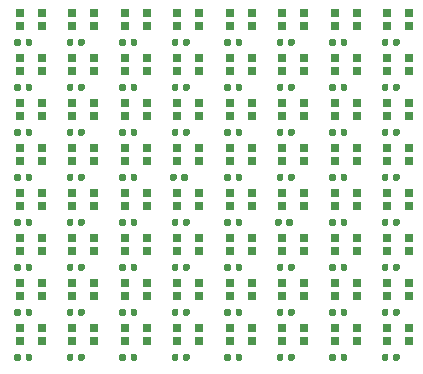
<source format=gbr>
G04 #@! TF.GenerationSoftware,KiCad,Pcbnew,5.1.9+dfsg1-1*
G04 #@! TF.CreationDate,2021-07-14T19:59:06+08:00*
G04 #@! TF.ProjectId,dws2812,64777332-3831-4322-9e6b-696361645f70,rev?*
G04 #@! TF.SameCoordinates,Original*
G04 #@! TF.FileFunction,Paste,Top*
G04 #@! TF.FilePolarity,Positive*
%FSLAX46Y46*%
G04 Gerber Fmt 4.6, Leading zero omitted, Abs format (unit mm)*
G04 Created by KiCad (PCBNEW 5.1.9+dfsg1-1) date 2021-07-14 19:59:06*
%MOMM*%
%LPD*%
G01*
G04 APERTURE LIST*
%ADD10R,0.700000X0.700000*%
G04 APERTURE END LIST*
D10*
G04 #@! TO.C,D64*
X153390000Y-114850000D03*
X153390000Y-113750000D03*
X155220000Y-113750000D03*
X155220000Y-114850000D03*
G04 #@! TD*
G04 #@! TO.C,D63*
X148945000Y-114850000D03*
X148945000Y-113750000D03*
X150775000Y-113750000D03*
X150775000Y-114850000D03*
G04 #@! TD*
G04 #@! TO.C,D62*
X144500000Y-114850000D03*
X144500000Y-113750000D03*
X146330000Y-113750000D03*
X146330000Y-114850000D03*
G04 #@! TD*
G04 #@! TO.C,D61*
X140055000Y-114850000D03*
X140055000Y-113750000D03*
X141885000Y-113750000D03*
X141885000Y-114850000D03*
G04 #@! TD*
G04 #@! TO.C,D60*
X135610000Y-114850000D03*
X135610000Y-113750000D03*
X137440000Y-113750000D03*
X137440000Y-114850000D03*
G04 #@! TD*
G04 #@! TO.C,D59*
X131165000Y-114850000D03*
X131165000Y-113750000D03*
X132995000Y-113750000D03*
X132995000Y-114850000D03*
G04 #@! TD*
G04 #@! TO.C,D58*
X126720000Y-114850000D03*
X126720000Y-113750000D03*
X128550000Y-113750000D03*
X128550000Y-114850000D03*
G04 #@! TD*
G04 #@! TO.C,D57*
X122275000Y-114850000D03*
X122275000Y-113750000D03*
X124105000Y-113750000D03*
X124105000Y-114850000D03*
G04 #@! TD*
G04 #@! TO.C,D56*
X153390000Y-111040000D03*
X153390000Y-109940000D03*
X155220000Y-109940000D03*
X155220000Y-111040000D03*
G04 #@! TD*
G04 #@! TO.C,D55*
X148945000Y-111040000D03*
X148945000Y-109940000D03*
X150775000Y-109940000D03*
X150775000Y-111040000D03*
G04 #@! TD*
G04 #@! TO.C,D54*
X144500000Y-111040000D03*
X144500000Y-109940000D03*
X146330000Y-109940000D03*
X146330000Y-111040000D03*
G04 #@! TD*
G04 #@! TO.C,D53*
X140055000Y-111040000D03*
X140055000Y-109940000D03*
X141885000Y-109940000D03*
X141885000Y-111040000D03*
G04 #@! TD*
G04 #@! TO.C,D52*
X135610000Y-111040000D03*
X135610000Y-109940000D03*
X137440000Y-109940000D03*
X137440000Y-111040000D03*
G04 #@! TD*
G04 #@! TO.C,D51*
X131165000Y-111040000D03*
X131165000Y-109940000D03*
X132995000Y-109940000D03*
X132995000Y-111040000D03*
G04 #@! TD*
G04 #@! TO.C,D50*
X126720000Y-111040000D03*
X126720000Y-109940000D03*
X128550000Y-109940000D03*
X128550000Y-111040000D03*
G04 #@! TD*
G04 #@! TO.C,D49*
X122275000Y-111040000D03*
X122275000Y-109940000D03*
X124105000Y-109940000D03*
X124105000Y-111040000D03*
G04 #@! TD*
G04 #@! TO.C,D48*
X153390000Y-107230000D03*
X153390000Y-106130000D03*
X155220000Y-106130000D03*
X155220000Y-107230000D03*
G04 #@! TD*
G04 #@! TO.C,D47*
X148945000Y-107230000D03*
X148945000Y-106130000D03*
X150775000Y-106130000D03*
X150775000Y-107230000D03*
G04 #@! TD*
G04 #@! TO.C,D46*
X144500000Y-107230000D03*
X144500000Y-106130000D03*
X146330000Y-106130000D03*
X146330000Y-107230000D03*
G04 #@! TD*
G04 #@! TO.C,D45*
X140055000Y-107230000D03*
X140055000Y-106130000D03*
X141885000Y-106130000D03*
X141885000Y-107230000D03*
G04 #@! TD*
G04 #@! TO.C,D44*
X135610000Y-107230000D03*
X135610000Y-106130000D03*
X137440000Y-106130000D03*
X137440000Y-107230000D03*
G04 #@! TD*
G04 #@! TO.C,D43*
X131165000Y-107230000D03*
X131165000Y-106130000D03*
X132995000Y-106130000D03*
X132995000Y-107230000D03*
G04 #@! TD*
G04 #@! TO.C,D42*
X126720000Y-107230000D03*
X126720000Y-106130000D03*
X128550000Y-106130000D03*
X128550000Y-107230000D03*
G04 #@! TD*
G04 #@! TO.C,D41*
X122275000Y-107230000D03*
X122275000Y-106130000D03*
X124105000Y-106130000D03*
X124105000Y-107230000D03*
G04 #@! TD*
G04 #@! TO.C,D40*
X153390000Y-103420000D03*
X153390000Y-102320000D03*
X155220000Y-102320000D03*
X155220000Y-103420000D03*
G04 #@! TD*
G04 #@! TO.C,D39*
X148945000Y-103420000D03*
X148945000Y-102320000D03*
X150775000Y-102320000D03*
X150775000Y-103420000D03*
G04 #@! TD*
G04 #@! TO.C,D38*
X144500000Y-103420000D03*
X144500000Y-102320000D03*
X146330000Y-102320000D03*
X146330000Y-103420000D03*
G04 #@! TD*
G04 #@! TO.C,D37*
X140055000Y-103420000D03*
X140055000Y-102320000D03*
X141885000Y-102320000D03*
X141885000Y-103420000D03*
G04 #@! TD*
G04 #@! TO.C,D36*
X135610000Y-103420000D03*
X135610000Y-102320000D03*
X137440000Y-102320000D03*
X137440000Y-103420000D03*
G04 #@! TD*
G04 #@! TO.C,D35*
X131165000Y-103420000D03*
X131165000Y-102320000D03*
X132995000Y-102320000D03*
X132995000Y-103420000D03*
G04 #@! TD*
G04 #@! TO.C,D34*
X126720000Y-103420000D03*
X126720000Y-102320000D03*
X128550000Y-102320000D03*
X128550000Y-103420000D03*
G04 #@! TD*
G04 #@! TO.C,D33*
X122275000Y-103420000D03*
X122275000Y-102320000D03*
X124105000Y-102320000D03*
X124105000Y-103420000D03*
G04 #@! TD*
G04 #@! TO.C,D32*
X153390000Y-99610000D03*
X153390000Y-98510000D03*
X155220000Y-98510000D03*
X155220000Y-99610000D03*
G04 #@! TD*
G04 #@! TO.C,D31*
X148945000Y-99610000D03*
X148945000Y-98510000D03*
X150775000Y-98510000D03*
X150775000Y-99610000D03*
G04 #@! TD*
G04 #@! TO.C,D30*
X144500000Y-99610000D03*
X144500000Y-98510000D03*
X146330000Y-98510000D03*
X146330000Y-99610000D03*
G04 #@! TD*
G04 #@! TO.C,D29*
X140055000Y-99610000D03*
X140055000Y-98510000D03*
X141885000Y-98510000D03*
X141885000Y-99610000D03*
G04 #@! TD*
G04 #@! TO.C,D28*
X135610000Y-99610000D03*
X135610000Y-98510000D03*
X137440000Y-98510000D03*
X137440000Y-99610000D03*
G04 #@! TD*
G04 #@! TO.C,D27*
X131165000Y-99610000D03*
X131165000Y-98510000D03*
X132995000Y-98510000D03*
X132995000Y-99610000D03*
G04 #@! TD*
G04 #@! TO.C,D26*
X126720000Y-99610000D03*
X126720000Y-98510000D03*
X128550000Y-98510000D03*
X128550000Y-99610000D03*
G04 #@! TD*
G04 #@! TO.C,D25*
X122275000Y-99610000D03*
X122275000Y-98510000D03*
X124105000Y-98510000D03*
X124105000Y-99610000D03*
G04 #@! TD*
G04 #@! TO.C,D24*
X153390000Y-95800000D03*
X153390000Y-94700000D03*
X155220000Y-94700000D03*
X155220000Y-95800000D03*
G04 #@! TD*
G04 #@! TO.C,D23*
X148945000Y-95800000D03*
X148945000Y-94700000D03*
X150775000Y-94700000D03*
X150775000Y-95800000D03*
G04 #@! TD*
G04 #@! TO.C,D22*
X144500000Y-95800000D03*
X144500000Y-94700000D03*
X146330000Y-94700000D03*
X146330000Y-95800000D03*
G04 #@! TD*
G04 #@! TO.C,D21*
X140055000Y-95800000D03*
X140055000Y-94700000D03*
X141885000Y-94700000D03*
X141885000Y-95800000D03*
G04 #@! TD*
G04 #@! TO.C,D20*
X135610000Y-95800000D03*
X135610000Y-94700000D03*
X137440000Y-94700000D03*
X137440000Y-95800000D03*
G04 #@! TD*
G04 #@! TO.C,D19*
X131165000Y-95800000D03*
X131165000Y-94700000D03*
X132995000Y-94700000D03*
X132995000Y-95800000D03*
G04 #@! TD*
G04 #@! TO.C,D18*
X126720000Y-95800000D03*
X126720000Y-94700000D03*
X128550000Y-94700000D03*
X128550000Y-95800000D03*
G04 #@! TD*
G04 #@! TO.C,D17*
X122275000Y-95800000D03*
X122275000Y-94700000D03*
X124105000Y-94700000D03*
X124105000Y-95800000D03*
G04 #@! TD*
G04 #@! TO.C,D16*
X153390000Y-91990000D03*
X153390000Y-90890000D03*
X155220000Y-90890000D03*
X155220000Y-91990000D03*
G04 #@! TD*
G04 #@! TO.C,D15*
X148945000Y-91990000D03*
X148945000Y-90890000D03*
X150775000Y-90890000D03*
X150775000Y-91990000D03*
G04 #@! TD*
G04 #@! TO.C,D14*
X144500000Y-91990000D03*
X144500000Y-90890000D03*
X146330000Y-90890000D03*
X146330000Y-91990000D03*
G04 #@! TD*
G04 #@! TO.C,D13*
X140055000Y-91990000D03*
X140055000Y-90890000D03*
X141885000Y-90890000D03*
X141885000Y-91990000D03*
G04 #@! TD*
G04 #@! TO.C,D12*
X135610000Y-91990000D03*
X135610000Y-90890000D03*
X137440000Y-90890000D03*
X137440000Y-91990000D03*
G04 #@! TD*
G04 #@! TO.C,D11*
X131165000Y-91990000D03*
X131165000Y-90890000D03*
X132995000Y-90890000D03*
X132995000Y-91990000D03*
G04 #@! TD*
G04 #@! TO.C,D10*
X126720000Y-91990000D03*
X126720000Y-90890000D03*
X128550000Y-90890000D03*
X128550000Y-91990000D03*
G04 #@! TD*
G04 #@! TO.C,D9*
X122275000Y-91990000D03*
X122275000Y-90890000D03*
X124105000Y-90890000D03*
X124105000Y-91990000D03*
G04 #@! TD*
G04 #@! TO.C,C64*
G36*
G01*
X153870000Y-116375000D02*
X153870000Y-116035000D01*
G75*
G02*
X154010000Y-115895000I140000J0D01*
G01*
X154290000Y-115895000D01*
G75*
G02*
X154430000Y-116035000I0J-140000D01*
G01*
X154430000Y-116375000D01*
G75*
G02*
X154290000Y-116515000I-140000J0D01*
G01*
X154010000Y-116515000D01*
G75*
G02*
X153870000Y-116375000I0J140000D01*
G01*
G37*
G36*
G01*
X152910000Y-116375000D02*
X152910000Y-116035000D01*
G75*
G02*
X153050000Y-115895000I140000J0D01*
G01*
X153330000Y-115895000D01*
G75*
G02*
X153470000Y-116035000I0J-140000D01*
G01*
X153470000Y-116375000D01*
G75*
G02*
X153330000Y-116515000I-140000J0D01*
G01*
X153050000Y-116515000D01*
G75*
G02*
X152910000Y-116375000I0J140000D01*
G01*
G37*
G04 #@! TD*
G04 #@! TO.C,C63*
G36*
G01*
X149425000Y-116375000D02*
X149425000Y-116035000D01*
G75*
G02*
X149565000Y-115895000I140000J0D01*
G01*
X149845000Y-115895000D01*
G75*
G02*
X149985000Y-116035000I0J-140000D01*
G01*
X149985000Y-116375000D01*
G75*
G02*
X149845000Y-116515000I-140000J0D01*
G01*
X149565000Y-116515000D01*
G75*
G02*
X149425000Y-116375000I0J140000D01*
G01*
G37*
G36*
G01*
X148465000Y-116375000D02*
X148465000Y-116035000D01*
G75*
G02*
X148605000Y-115895000I140000J0D01*
G01*
X148885000Y-115895000D01*
G75*
G02*
X149025000Y-116035000I0J-140000D01*
G01*
X149025000Y-116375000D01*
G75*
G02*
X148885000Y-116515000I-140000J0D01*
G01*
X148605000Y-116515000D01*
G75*
G02*
X148465000Y-116375000I0J140000D01*
G01*
G37*
G04 #@! TD*
G04 #@! TO.C,C62*
G36*
G01*
X144980000Y-116375000D02*
X144980000Y-116035000D01*
G75*
G02*
X145120000Y-115895000I140000J0D01*
G01*
X145400000Y-115895000D01*
G75*
G02*
X145540000Y-116035000I0J-140000D01*
G01*
X145540000Y-116375000D01*
G75*
G02*
X145400000Y-116515000I-140000J0D01*
G01*
X145120000Y-116515000D01*
G75*
G02*
X144980000Y-116375000I0J140000D01*
G01*
G37*
G36*
G01*
X144020000Y-116375000D02*
X144020000Y-116035000D01*
G75*
G02*
X144160000Y-115895000I140000J0D01*
G01*
X144440000Y-115895000D01*
G75*
G02*
X144580000Y-116035000I0J-140000D01*
G01*
X144580000Y-116375000D01*
G75*
G02*
X144440000Y-116515000I-140000J0D01*
G01*
X144160000Y-116515000D01*
G75*
G02*
X144020000Y-116375000I0J140000D01*
G01*
G37*
G04 #@! TD*
G04 #@! TO.C,C61*
G36*
G01*
X140535000Y-116375000D02*
X140535000Y-116035000D01*
G75*
G02*
X140675000Y-115895000I140000J0D01*
G01*
X140955000Y-115895000D01*
G75*
G02*
X141095000Y-116035000I0J-140000D01*
G01*
X141095000Y-116375000D01*
G75*
G02*
X140955000Y-116515000I-140000J0D01*
G01*
X140675000Y-116515000D01*
G75*
G02*
X140535000Y-116375000I0J140000D01*
G01*
G37*
G36*
G01*
X139575000Y-116375000D02*
X139575000Y-116035000D01*
G75*
G02*
X139715000Y-115895000I140000J0D01*
G01*
X139995000Y-115895000D01*
G75*
G02*
X140135000Y-116035000I0J-140000D01*
G01*
X140135000Y-116375000D01*
G75*
G02*
X139995000Y-116515000I-140000J0D01*
G01*
X139715000Y-116515000D01*
G75*
G02*
X139575000Y-116375000I0J140000D01*
G01*
G37*
G04 #@! TD*
G04 #@! TO.C,C60*
G36*
G01*
X136090000Y-116375000D02*
X136090000Y-116035000D01*
G75*
G02*
X136230000Y-115895000I140000J0D01*
G01*
X136510000Y-115895000D01*
G75*
G02*
X136650000Y-116035000I0J-140000D01*
G01*
X136650000Y-116375000D01*
G75*
G02*
X136510000Y-116515000I-140000J0D01*
G01*
X136230000Y-116515000D01*
G75*
G02*
X136090000Y-116375000I0J140000D01*
G01*
G37*
G36*
G01*
X135130000Y-116375000D02*
X135130000Y-116035000D01*
G75*
G02*
X135270000Y-115895000I140000J0D01*
G01*
X135550000Y-115895000D01*
G75*
G02*
X135690000Y-116035000I0J-140000D01*
G01*
X135690000Y-116375000D01*
G75*
G02*
X135550000Y-116515000I-140000J0D01*
G01*
X135270000Y-116515000D01*
G75*
G02*
X135130000Y-116375000I0J140000D01*
G01*
G37*
G04 #@! TD*
G04 #@! TO.C,C59*
G36*
G01*
X131645000Y-116375000D02*
X131645000Y-116035000D01*
G75*
G02*
X131785000Y-115895000I140000J0D01*
G01*
X132065000Y-115895000D01*
G75*
G02*
X132205000Y-116035000I0J-140000D01*
G01*
X132205000Y-116375000D01*
G75*
G02*
X132065000Y-116515000I-140000J0D01*
G01*
X131785000Y-116515000D01*
G75*
G02*
X131645000Y-116375000I0J140000D01*
G01*
G37*
G36*
G01*
X130685000Y-116375000D02*
X130685000Y-116035000D01*
G75*
G02*
X130825000Y-115895000I140000J0D01*
G01*
X131105000Y-115895000D01*
G75*
G02*
X131245000Y-116035000I0J-140000D01*
G01*
X131245000Y-116375000D01*
G75*
G02*
X131105000Y-116515000I-140000J0D01*
G01*
X130825000Y-116515000D01*
G75*
G02*
X130685000Y-116375000I0J140000D01*
G01*
G37*
G04 #@! TD*
G04 #@! TO.C,C58*
G36*
G01*
X127200000Y-116375000D02*
X127200000Y-116035000D01*
G75*
G02*
X127340000Y-115895000I140000J0D01*
G01*
X127620000Y-115895000D01*
G75*
G02*
X127760000Y-116035000I0J-140000D01*
G01*
X127760000Y-116375000D01*
G75*
G02*
X127620000Y-116515000I-140000J0D01*
G01*
X127340000Y-116515000D01*
G75*
G02*
X127200000Y-116375000I0J140000D01*
G01*
G37*
G36*
G01*
X126240000Y-116375000D02*
X126240000Y-116035000D01*
G75*
G02*
X126380000Y-115895000I140000J0D01*
G01*
X126660000Y-115895000D01*
G75*
G02*
X126800000Y-116035000I0J-140000D01*
G01*
X126800000Y-116375000D01*
G75*
G02*
X126660000Y-116515000I-140000J0D01*
G01*
X126380000Y-116515000D01*
G75*
G02*
X126240000Y-116375000I0J140000D01*
G01*
G37*
G04 #@! TD*
G04 #@! TO.C,C57*
G36*
G01*
X122755000Y-116375000D02*
X122755000Y-116035000D01*
G75*
G02*
X122895000Y-115895000I140000J0D01*
G01*
X123175000Y-115895000D01*
G75*
G02*
X123315000Y-116035000I0J-140000D01*
G01*
X123315000Y-116375000D01*
G75*
G02*
X123175000Y-116515000I-140000J0D01*
G01*
X122895000Y-116515000D01*
G75*
G02*
X122755000Y-116375000I0J140000D01*
G01*
G37*
G36*
G01*
X121795000Y-116375000D02*
X121795000Y-116035000D01*
G75*
G02*
X121935000Y-115895000I140000J0D01*
G01*
X122215000Y-115895000D01*
G75*
G02*
X122355000Y-116035000I0J-140000D01*
G01*
X122355000Y-116375000D01*
G75*
G02*
X122215000Y-116515000I-140000J0D01*
G01*
X121935000Y-116515000D01*
G75*
G02*
X121795000Y-116375000I0J140000D01*
G01*
G37*
G04 #@! TD*
G04 #@! TO.C,C56*
G36*
G01*
X153870000Y-112565000D02*
X153870000Y-112225000D01*
G75*
G02*
X154010000Y-112085000I140000J0D01*
G01*
X154290000Y-112085000D01*
G75*
G02*
X154430000Y-112225000I0J-140000D01*
G01*
X154430000Y-112565000D01*
G75*
G02*
X154290000Y-112705000I-140000J0D01*
G01*
X154010000Y-112705000D01*
G75*
G02*
X153870000Y-112565000I0J140000D01*
G01*
G37*
G36*
G01*
X152910000Y-112565000D02*
X152910000Y-112225000D01*
G75*
G02*
X153050000Y-112085000I140000J0D01*
G01*
X153330000Y-112085000D01*
G75*
G02*
X153470000Y-112225000I0J-140000D01*
G01*
X153470000Y-112565000D01*
G75*
G02*
X153330000Y-112705000I-140000J0D01*
G01*
X153050000Y-112705000D01*
G75*
G02*
X152910000Y-112565000I0J140000D01*
G01*
G37*
G04 #@! TD*
G04 #@! TO.C,C55*
G36*
G01*
X149425000Y-112565000D02*
X149425000Y-112225000D01*
G75*
G02*
X149565000Y-112085000I140000J0D01*
G01*
X149845000Y-112085000D01*
G75*
G02*
X149985000Y-112225000I0J-140000D01*
G01*
X149985000Y-112565000D01*
G75*
G02*
X149845000Y-112705000I-140000J0D01*
G01*
X149565000Y-112705000D01*
G75*
G02*
X149425000Y-112565000I0J140000D01*
G01*
G37*
G36*
G01*
X148465000Y-112565000D02*
X148465000Y-112225000D01*
G75*
G02*
X148605000Y-112085000I140000J0D01*
G01*
X148885000Y-112085000D01*
G75*
G02*
X149025000Y-112225000I0J-140000D01*
G01*
X149025000Y-112565000D01*
G75*
G02*
X148885000Y-112705000I-140000J0D01*
G01*
X148605000Y-112705000D01*
G75*
G02*
X148465000Y-112565000I0J140000D01*
G01*
G37*
G04 #@! TD*
G04 #@! TO.C,C54*
G36*
G01*
X144980000Y-112565000D02*
X144980000Y-112225000D01*
G75*
G02*
X145120000Y-112085000I140000J0D01*
G01*
X145400000Y-112085000D01*
G75*
G02*
X145540000Y-112225000I0J-140000D01*
G01*
X145540000Y-112565000D01*
G75*
G02*
X145400000Y-112705000I-140000J0D01*
G01*
X145120000Y-112705000D01*
G75*
G02*
X144980000Y-112565000I0J140000D01*
G01*
G37*
G36*
G01*
X144020000Y-112565000D02*
X144020000Y-112225000D01*
G75*
G02*
X144160000Y-112085000I140000J0D01*
G01*
X144440000Y-112085000D01*
G75*
G02*
X144580000Y-112225000I0J-140000D01*
G01*
X144580000Y-112565000D01*
G75*
G02*
X144440000Y-112705000I-140000J0D01*
G01*
X144160000Y-112705000D01*
G75*
G02*
X144020000Y-112565000I0J140000D01*
G01*
G37*
G04 #@! TD*
G04 #@! TO.C,C53*
G36*
G01*
X140535000Y-112565000D02*
X140535000Y-112225000D01*
G75*
G02*
X140675000Y-112085000I140000J0D01*
G01*
X140955000Y-112085000D01*
G75*
G02*
X141095000Y-112225000I0J-140000D01*
G01*
X141095000Y-112565000D01*
G75*
G02*
X140955000Y-112705000I-140000J0D01*
G01*
X140675000Y-112705000D01*
G75*
G02*
X140535000Y-112565000I0J140000D01*
G01*
G37*
G36*
G01*
X139575000Y-112565000D02*
X139575000Y-112225000D01*
G75*
G02*
X139715000Y-112085000I140000J0D01*
G01*
X139995000Y-112085000D01*
G75*
G02*
X140135000Y-112225000I0J-140000D01*
G01*
X140135000Y-112565000D01*
G75*
G02*
X139995000Y-112705000I-140000J0D01*
G01*
X139715000Y-112705000D01*
G75*
G02*
X139575000Y-112565000I0J140000D01*
G01*
G37*
G04 #@! TD*
G04 #@! TO.C,C52*
G36*
G01*
X136090000Y-112565000D02*
X136090000Y-112225000D01*
G75*
G02*
X136230000Y-112085000I140000J0D01*
G01*
X136510000Y-112085000D01*
G75*
G02*
X136650000Y-112225000I0J-140000D01*
G01*
X136650000Y-112565000D01*
G75*
G02*
X136510000Y-112705000I-140000J0D01*
G01*
X136230000Y-112705000D01*
G75*
G02*
X136090000Y-112565000I0J140000D01*
G01*
G37*
G36*
G01*
X135130000Y-112565000D02*
X135130000Y-112225000D01*
G75*
G02*
X135270000Y-112085000I140000J0D01*
G01*
X135550000Y-112085000D01*
G75*
G02*
X135690000Y-112225000I0J-140000D01*
G01*
X135690000Y-112565000D01*
G75*
G02*
X135550000Y-112705000I-140000J0D01*
G01*
X135270000Y-112705000D01*
G75*
G02*
X135130000Y-112565000I0J140000D01*
G01*
G37*
G04 #@! TD*
G04 #@! TO.C,C51*
G36*
G01*
X131645000Y-112565000D02*
X131645000Y-112225000D01*
G75*
G02*
X131785000Y-112085000I140000J0D01*
G01*
X132065000Y-112085000D01*
G75*
G02*
X132205000Y-112225000I0J-140000D01*
G01*
X132205000Y-112565000D01*
G75*
G02*
X132065000Y-112705000I-140000J0D01*
G01*
X131785000Y-112705000D01*
G75*
G02*
X131645000Y-112565000I0J140000D01*
G01*
G37*
G36*
G01*
X130685000Y-112565000D02*
X130685000Y-112225000D01*
G75*
G02*
X130825000Y-112085000I140000J0D01*
G01*
X131105000Y-112085000D01*
G75*
G02*
X131245000Y-112225000I0J-140000D01*
G01*
X131245000Y-112565000D01*
G75*
G02*
X131105000Y-112705000I-140000J0D01*
G01*
X130825000Y-112705000D01*
G75*
G02*
X130685000Y-112565000I0J140000D01*
G01*
G37*
G04 #@! TD*
G04 #@! TO.C,C50*
G36*
G01*
X127200000Y-112565000D02*
X127200000Y-112225000D01*
G75*
G02*
X127340000Y-112085000I140000J0D01*
G01*
X127620000Y-112085000D01*
G75*
G02*
X127760000Y-112225000I0J-140000D01*
G01*
X127760000Y-112565000D01*
G75*
G02*
X127620000Y-112705000I-140000J0D01*
G01*
X127340000Y-112705000D01*
G75*
G02*
X127200000Y-112565000I0J140000D01*
G01*
G37*
G36*
G01*
X126240000Y-112565000D02*
X126240000Y-112225000D01*
G75*
G02*
X126380000Y-112085000I140000J0D01*
G01*
X126660000Y-112085000D01*
G75*
G02*
X126800000Y-112225000I0J-140000D01*
G01*
X126800000Y-112565000D01*
G75*
G02*
X126660000Y-112705000I-140000J0D01*
G01*
X126380000Y-112705000D01*
G75*
G02*
X126240000Y-112565000I0J140000D01*
G01*
G37*
G04 #@! TD*
G04 #@! TO.C,C49*
G36*
G01*
X122755000Y-112565000D02*
X122755000Y-112225000D01*
G75*
G02*
X122895000Y-112085000I140000J0D01*
G01*
X123175000Y-112085000D01*
G75*
G02*
X123315000Y-112225000I0J-140000D01*
G01*
X123315000Y-112565000D01*
G75*
G02*
X123175000Y-112705000I-140000J0D01*
G01*
X122895000Y-112705000D01*
G75*
G02*
X122755000Y-112565000I0J140000D01*
G01*
G37*
G36*
G01*
X121795000Y-112565000D02*
X121795000Y-112225000D01*
G75*
G02*
X121935000Y-112085000I140000J0D01*
G01*
X122215000Y-112085000D01*
G75*
G02*
X122355000Y-112225000I0J-140000D01*
G01*
X122355000Y-112565000D01*
G75*
G02*
X122215000Y-112705000I-140000J0D01*
G01*
X121935000Y-112705000D01*
G75*
G02*
X121795000Y-112565000I0J140000D01*
G01*
G37*
G04 #@! TD*
G04 #@! TO.C,C48*
G36*
G01*
X153870000Y-108755000D02*
X153870000Y-108415000D01*
G75*
G02*
X154010000Y-108275000I140000J0D01*
G01*
X154290000Y-108275000D01*
G75*
G02*
X154430000Y-108415000I0J-140000D01*
G01*
X154430000Y-108755000D01*
G75*
G02*
X154290000Y-108895000I-140000J0D01*
G01*
X154010000Y-108895000D01*
G75*
G02*
X153870000Y-108755000I0J140000D01*
G01*
G37*
G36*
G01*
X152910000Y-108755000D02*
X152910000Y-108415000D01*
G75*
G02*
X153050000Y-108275000I140000J0D01*
G01*
X153330000Y-108275000D01*
G75*
G02*
X153470000Y-108415000I0J-140000D01*
G01*
X153470000Y-108755000D01*
G75*
G02*
X153330000Y-108895000I-140000J0D01*
G01*
X153050000Y-108895000D01*
G75*
G02*
X152910000Y-108755000I0J140000D01*
G01*
G37*
G04 #@! TD*
G04 #@! TO.C,C47*
G36*
G01*
X149425000Y-108755000D02*
X149425000Y-108415000D01*
G75*
G02*
X149565000Y-108275000I140000J0D01*
G01*
X149845000Y-108275000D01*
G75*
G02*
X149985000Y-108415000I0J-140000D01*
G01*
X149985000Y-108755000D01*
G75*
G02*
X149845000Y-108895000I-140000J0D01*
G01*
X149565000Y-108895000D01*
G75*
G02*
X149425000Y-108755000I0J140000D01*
G01*
G37*
G36*
G01*
X148465000Y-108755000D02*
X148465000Y-108415000D01*
G75*
G02*
X148605000Y-108275000I140000J0D01*
G01*
X148885000Y-108275000D01*
G75*
G02*
X149025000Y-108415000I0J-140000D01*
G01*
X149025000Y-108755000D01*
G75*
G02*
X148885000Y-108895000I-140000J0D01*
G01*
X148605000Y-108895000D01*
G75*
G02*
X148465000Y-108755000I0J140000D01*
G01*
G37*
G04 #@! TD*
G04 #@! TO.C,C46*
G36*
G01*
X144980000Y-108755000D02*
X144980000Y-108415000D01*
G75*
G02*
X145120000Y-108275000I140000J0D01*
G01*
X145400000Y-108275000D01*
G75*
G02*
X145540000Y-108415000I0J-140000D01*
G01*
X145540000Y-108755000D01*
G75*
G02*
X145400000Y-108895000I-140000J0D01*
G01*
X145120000Y-108895000D01*
G75*
G02*
X144980000Y-108755000I0J140000D01*
G01*
G37*
G36*
G01*
X144020000Y-108755000D02*
X144020000Y-108415000D01*
G75*
G02*
X144160000Y-108275000I140000J0D01*
G01*
X144440000Y-108275000D01*
G75*
G02*
X144580000Y-108415000I0J-140000D01*
G01*
X144580000Y-108755000D01*
G75*
G02*
X144440000Y-108895000I-140000J0D01*
G01*
X144160000Y-108895000D01*
G75*
G02*
X144020000Y-108755000I0J140000D01*
G01*
G37*
G04 #@! TD*
G04 #@! TO.C,C45*
G36*
G01*
X140535000Y-108755000D02*
X140535000Y-108415000D01*
G75*
G02*
X140675000Y-108275000I140000J0D01*
G01*
X140955000Y-108275000D01*
G75*
G02*
X141095000Y-108415000I0J-140000D01*
G01*
X141095000Y-108755000D01*
G75*
G02*
X140955000Y-108895000I-140000J0D01*
G01*
X140675000Y-108895000D01*
G75*
G02*
X140535000Y-108755000I0J140000D01*
G01*
G37*
G36*
G01*
X139575000Y-108755000D02*
X139575000Y-108415000D01*
G75*
G02*
X139715000Y-108275000I140000J0D01*
G01*
X139995000Y-108275000D01*
G75*
G02*
X140135000Y-108415000I0J-140000D01*
G01*
X140135000Y-108755000D01*
G75*
G02*
X139995000Y-108895000I-140000J0D01*
G01*
X139715000Y-108895000D01*
G75*
G02*
X139575000Y-108755000I0J140000D01*
G01*
G37*
G04 #@! TD*
G04 #@! TO.C,C44*
G36*
G01*
X136090000Y-108755000D02*
X136090000Y-108415000D01*
G75*
G02*
X136230000Y-108275000I140000J0D01*
G01*
X136510000Y-108275000D01*
G75*
G02*
X136650000Y-108415000I0J-140000D01*
G01*
X136650000Y-108755000D01*
G75*
G02*
X136510000Y-108895000I-140000J0D01*
G01*
X136230000Y-108895000D01*
G75*
G02*
X136090000Y-108755000I0J140000D01*
G01*
G37*
G36*
G01*
X135130000Y-108755000D02*
X135130000Y-108415000D01*
G75*
G02*
X135270000Y-108275000I140000J0D01*
G01*
X135550000Y-108275000D01*
G75*
G02*
X135690000Y-108415000I0J-140000D01*
G01*
X135690000Y-108755000D01*
G75*
G02*
X135550000Y-108895000I-140000J0D01*
G01*
X135270000Y-108895000D01*
G75*
G02*
X135130000Y-108755000I0J140000D01*
G01*
G37*
G04 #@! TD*
G04 #@! TO.C,C43*
G36*
G01*
X131645000Y-108755000D02*
X131645000Y-108415000D01*
G75*
G02*
X131785000Y-108275000I140000J0D01*
G01*
X132065000Y-108275000D01*
G75*
G02*
X132205000Y-108415000I0J-140000D01*
G01*
X132205000Y-108755000D01*
G75*
G02*
X132065000Y-108895000I-140000J0D01*
G01*
X131785000Y-108895000D01*
G75*
G02*
X131645000Y-108755000I0J140000D01*
G01*
G37*
G36*
G01*
X130685000Y-108755000D02*
X130685000Y-108415000D01*
G75*
G02*
X130825000Y-108275000I140000J0D01*
G01*
X131105000Y-108275000D01*
G75*
G02*
X131245000Y-108415000I0J-140000D01*
G01*
X131245000Y-108755000D01*
G75*
G02*
X131105000Y-108895000I-140000J0D01*
G01*
X130825000Y-108895000D01*
G75*
G02*
X130685000Y-108755000I0J140000D01*
G01*
G37*
G04 #@! TD*
G04 #@! TO.C,C42*
G36*
G01*
X127200000Y-108755000D02*
X127200000Y-108415000D01*
G75*
G02*
X127340000Y-108275000I140000J0D01*
G01*
X127620000Y-108275000D01*
G75*
G02*
X127760000Y-108415000I0J-140000D01*
G01*
X127760000Y-108755000D01*
G75*
G02*
X127620000Y-108895000I-140000J0D01*
G01*
X127340000Y-108895000D01*
G75*
G02*
X127200000Y-108755000I0J140000D01*
G01*
G37*
G36*
G01*
X126240000Y-108755000D02*
X126240000Y-108415000D01*
G75*
G02*
X126380000Y-108275000I140000J0D01*
G01*
X126660000Y-108275000D01*
G75*
G02*
X126800000Y-108415000I0J-140000D01*
G01*
X126800000Y-108755000D01*
G75*
G02*
X126660000Y-108895000I-140000J0D01*
G01*
X126380000Y-108895000D01*
G75*
G02*
X126240000Y-108755000I0J140000D01*
G01*
G37*
G04 #@! TD*
G04 #@! TO.C,C41*
G36*
G01*
X122755000Y-108755000D02*
X122755000Y-108415000D01*
G75*
G02*
X122895000Y-108275000I140000J0D01*
G01*
X123175000Y-108275000D01*
G75*
G02*
X123315000Y-108415000I0J-140000D01*
G01*
X123315000Y-108755000D01*
G75*
G02*
X123175000Y-108895000I-140000J0D01*
G01*
X122895000Y-108895000D01*
G75*
G02*
X122755000Y-108755000I0J140000D01*
G01*
G37*
G36*
G01*
X121795000Y-108755000D02*
X121795000Y-108415000D01*
G75*
G02*
X121935000Y-108275000I140000J0D01*
G01*
X122215000Y-108275000D01*
G75*
G02*
X122355000Y-108415000I0J-140000D01*
G01*
X122355000Y-108755000D01*
G75*
G02*
X122215000Y-108895000I-140000J0D01*
G01*
X121935000Y-108895000D01*
G75*
G02*
X121795000Y-108755000I0J140000D01*
G01*
G37*
G04 #@! TD*
G04 #@! TO.C,C40*
G36*
G01*
X153870000Y-104945000D02*
X153870000Y-104605000D01*
G75*
G02*
X154010000Y-104465000I140000J0D01*
G01*
X154290000Y-104465000D01*
G75*
G02*
X154430000Y-104605000I0J-140000D01*
G01*
X154430000Y-104945000D01*
G75*
G02*
X154290000Y-105085000I-140000J0D01*
G01*
X154010000Y-105085000D01*
G75*
G02*
X153870000Y-104945000I0J140000D01*
G01*
G37*
G36*
G01*
X152910000Y-104945000D02*
X152910000Y-104605000D01*
G75*
G02*
X153050000Y-104465000I140000J0D01*
G01*
X153330000Y-104465000D01*
G75*
G02*
X153470000Y-104605000I0J-140000D01*
G01*
X153470000Y-104945000D01*
G75*
G02*
X153330000Y-105085000I-140000J0D01*
G01*
X153050000Y-105085000D01*
G75*
G02*
X152910000Y-104945000I0J140000D01*
G01*
G37*
G04 #@! TD*
G04 #@! TO.C,C39*
G36*
G01*
X149425000Y-104945000D02*
X149425000Y-104605000D01*
G75*
G02*
X149565000Y-104465000I140000J0D01*
G01*
X149845000Y-104465000D01*
G75*
G02*
X149985000Y-104605000I0J-140000D01*
G01*
X149985000Y-104945000D01*
G75*
G02*
X149845000Y-105085000I-140000J0D01*
G01*
X149565000Y-105085000D01*
G75*
G02*
X149425000Y-104945000I0J140000D01*
G01*
G37*
G36*
G01*
X148465000Y-104945000D02*
X148465000Y-104605000D01*
G75*
G02*
X148605000Y-104465000I140000J0D01*
G01*
X148885000Y-104465000D01*
G75*
G02*
X149025000Y-104605000I0J-140000D01*
G01*
X149025000Y-104945000D01*
G75*
G02*
X148885000Y-105085000I-140000J0D01*
G01*
X148605000Y-105085000D01*
G75*
G02*
X148465000Y-104945000I0J140000D01*
G01*
G37*
G04 #@! TD*
G04 #@! TO.C,C38*
G36*
G01*
X144825000Y-104945000D02*
X144825000Y-104605000D01*
G75*
G02*
X144965000Y-104465000I140000J0D01*
G01*
X145245000Y-104465000D01*
G75*
G02*
X145385000Y-104605000I0J-140000D01*
G01*
X145385000Y-104945000D01*
G75*
G02*
X145245000Y-105085000I-140000J0D01*
G01*
X144965000Y-105085000D01*
G75*
G02*
X144825000Y-104945000I0J140000D01*
G01*
G37*
G36*
G01*
X143865000Y-104945000D02*
X143865000Y-104605000D01*
G75*
G02*
X144005000Y-104465000I140000J0D01*
G01*
X144285000Y-104465000D01*
G75*
G02*
X144425000Y-104605000I0J-140000D01*
G01*
X144425000Y-104945000D01*
G75*
G02*
X144285000Y-105085000I-140000J0D01*
G01*
X144005000Y-105085000D01*
G75*
G02*
X143865000Y-104945000I0J140000D01*
G01*
G37*
G04 #@! TD*
G04 #@! TO.C,C37*
G36*
G01*
X140535000Y-104945000D02*
X140535000Y-104605000D01*
G75*
G02*
X140675000Y-104465000I140000J0D01*
G01*
X140955000Y-104465000D01*
G75*
G02*
X141095000Y-104605000I0J-140000D01*
G01*
X141095000Y-104945000D01*
G75*
G02*
X140955000Y-105085000I-140000J0D01*
G01*
X140675000Y-105085000D01*
G75*
G02*
X140535000Y-104945000I0J140000D01*
G01*
G37*
G36*
G01*
X139575000Y-104945000D02*
X139575000Y-104605000D01*
G75*
G02*
X139715000Y-104465000I140000J0D01*
G01*
X139995000Y-104465000D01*
G75*
G02*
X140135000Y-104605000I0J-140000D01*
G01*
X140135000Y-104945000D01*
G75*
G02*
X139995000Y-105085000I-140000J0D01*
G01*
X139715000Y-105085000D01*
G75*
G02*
X139575000Y-104945000I0J140000D01*
G01*
G37*
G04 #@! TD*
G04 #@! TO.C,C36*
G36*
G01*
X136090000Y-104945000D02*
X136090000Y-104605000D01*
G75*
G02*
X136230000Y-104465000I140000J0D01*
G01*
X136510000Y-104465000D01*
G75*
G02*
X136650000Y-104605000I0J-140000D01*
G01*
X136650000Y-104945000D01*
G75*
G02*
X136510000Y-105085000I-140000J0D01*
G01*
X136230000Y-105085000D01*
G75*
G02*
X136090000Y-104945000I0J140000D01*
G01*
G37*
G36*
G01*
X135130000Y-104945000D02*
X135130000Y-104605000D01*
G75*
G02*
X135270000Y-104465000I140000J0D01*
G01*
X135550000Y-104465000D01*
G75*
G02*
X135690000Y-104605000I0J-140000D01*
G01*
X135690000Y-104945000D01*
G75*
G02*
X135550000Y-105085000I-140000J0D01*
G01*
X135270000Y-105085000D01*
G75*
G02*
X135130000Y-104945000I0J140000D01*
G01*
G37*
G04 #@! TD*
G04 #@! TO.C,C35*
G36*
G01*
X131645000Y-104945000D02*
X131645000Y-104605000D01*
G75*
G02*
X131785000Y-104465000I140000J0D01*
G01*
X132065000Y-104465000D01*
G75*
G02*
X132205000Y-104605000I0J-140000D01*
G01*
X132205000Y-104945000D01*
G75*
G02*
X132065000Y-105085000I-140000J0D01*
G01*
X131785000Y-105085000D01*
G75*
G02*
X131645000Y-104945000I0J140000D01*
G01*
G37*
G36*
G01*
X130685000Y-104945000D02*
X130685000Y-104605000D01*
G75*
G02*
X130825000Y-104465000I140000J0D01*
G01*
X131105000Y-104465000D01*
G75*
G02*
X131245000Y-104605000I0J-140000D01*
G01*
X131245000Y-104945000D01*
G75*
G02*
X131105000Y-105085000I-140000J0D01*
G01*
X130825000Y-105085000D01*
G75*
G02*
X130685000Y-104945000I0J140000D01*
G01*
G37*
G04 #@! TD*
G04 #@! TO.C,C34*
G36*
G01*
X127200000Y-104945000D02*
X127200000Y-104605000D01*
G75*
G02*
X127340000Y-104465000I140000J0D01*
G01*
X127620000Y-104465000D01*
G75*
G02*
X127760000Y-104605000I0J-140000D01*
G01*
X127760000Y-104945000D01*
G75*
G02*
X127620000Y-105085000I-140000J0D01*
G01*
X127340000Y-105085000D01*
G75*
G02*
X127200000Y-104945000I0J140000D01*
G01*
G37*
G36*
G01*
X126240000Y-104945000D02*
X126240000Y-104605000D01*
G75*
G02*
X126380000Y-104465000I140000J0D01*
G01*
X126660000Y-104465000D01*
G75*
G02*
X126800000Y-104605000I0J-140000D01*
G01*
X126800000Y-104945000D01*
G75*
G02*
X126660000Y-105085000I-140000J0D01*
G01*
X126380000Y-105085000D01*
G75*
G02*
X126240000Y-104945000I0J140000D01*
G01*
G37*
G04 #@! TD*
G04 #@! TO.C,C33*
G36*
G01*
X122755000Y-104945000D02*
X122755000Y-104605000D01*
G75*
G02*
X122895000Y-104465000I140000J0D01*
G01*
X123175000Y-104465000D01*
G75*
G02*
X123315000Y-104605000I0J-140000D01*
G01*
X123315000Y-104945000D01*
G75*
G02*
X123175000Y-105085000I-140000J0D01*
G01*
X122895000Y-105085000D01*
G75*
G02*
X122755000Y-104945000I0J140000D01*
G01*
G37*
G36*
G01*
X121795000Y-104945000D02*
X121795000Y-104605000D01*
G75*
G02*
X121935000Y-104465000I140000J0D01*
G01*
X122215000Y-104465000D01*
G75*
G02*
X122355000Y-104605000I0J-140000D01*
G01*
X122355000Y-104945000D01*
G75*
G02*
X122215000Y-105085000I-140000J0D01*
G01*
X121935000Y-105085000D01*
G75*
G02*
X121795000Y-104945000I0J140000D01*
G01*
G37*
G04 #@! TD*
G04 #@! TO.C,C32*
G36*
G01*
X153870000Y-101135000D02*
X153870000Y-100795000D01*
G75*
G02*
X154010000Y-100655000I140000J0D01*
G01*
X154290000Y-100655000D01*
G75*
G02*
X154430000Y-100795000I0J-140000D01*
G01*
X154430000Y-101135000D01*
G75*
G02*
X154290000Y-101275000I-140000J0D01*
G01*
X154010000Y-101275000D01*
G75*
G02*
X153870000Y-101135000I0J140000D01*
G01*
G37*
G36*
G01*
X152910000Y-101135000D02*
X152910000Y-100795000D01*
G75*
G02*
X153050000Y-100655000I140000J0D01*
G01*
X153330000Y-100655000D01*
G75*
G02*
X153470000Y-100795000I0J-140000D01*
G01*
X153470000Y-101135000D01*
G75*
G02*
X153330000Y-101275000I-140000J0D01*
G01*
X153050000Y-101275000D01*
G75*
G02*
X152910000Y-101135000I0J140000D01*
G01*
G37*
G04 #@! TD*
G04 #@! TO.C,C31*
G36*
G01*
X149425000Y-101135000D02*
X149425000Y-100795000D01*
G75*
G02*
X149565000Y-100655000I140000J0D01*
G01*
X149845000Y-100655000D01*
G75*
G02*
X149985000Y-100795000I0J-140000D01*
G01*
X149985000Y-101135000D01*
G75*
G02*
X149845000Y-101275000I-140000J0D01*
G01*
X149565000Y-101275000D01*
G75*
G02*
X149425000Y-101135000I0J140000D01*
G01*
G37*
G36*
G01*
X148465000Y-101135000D02*
X148465000Y-100795000D01*
G75*
G02*
X148605000Y-100655000I140000J0D01*
G01*
X148885000Y-100655000D01*
G75*
G02*
X149025000Y-100795000I0J-140000D01*
G01*
X149025000Y-101135000D01*
G75*
G02*
X148885000Y-101275000I-140000J0D01*
G01*
X148605000Y-101275000D01*
G75*
G02*
X148465000Y-101135000I0J140000D01*
G01*
G37*
G04 #@! TD*
G04 #@! TO.C,C30*
G36*
G01*
X144980000Y-101135000D02*
X144980000Y-100795000D01*
G75*
G02*
X145120000Y-100655000I140000J0D01*
G01*
X145400000Y-100655000D01*
G75*
G02*
X145540000Y-100795000I0J-140000D01*
G01*
X145540000Y-101135000D01*
G75*
G02*
X145400000Y-101275000I-140000J0D01*
G01*
X145120000Y-101275000D01*
G75*
G02*
X144980000Y-101135000I0J140000D01*
G01*
G37*
G36*
G01*
X144020000Y-101135000D02*
X144020000Y-100795000D01*
G75*
G02*
X144160000Y-100655000I140000J0D01*
G01*
X144440000Y-100655000D01*
G75*
G02*
X144580000Y-100795000I0J-140000D01*
G01*
X144580000Y-101135000D01*
G75*
G02*
X144440000Y-101275000I-140000J0D01*
G01*
X144160000Y-101275000D01*
G75*
G02*
X144020000Y-101135000I0J140000D01*
G01*
G37*
G04 #@! TD*
G04 #@! TO.C,C29*
G36*
G01*
X140535000Y-101135000D02*
X140535000Y-100795000D01*
G75*
G02*
X140675000Y-100655000I140000J0D01*
G01*
X140955000Y-100655000D01*
G75*
G02*
X141095000Y-100795000I0J-140000D01*
G01*
X141095000Y-101135000D01*
G75*
G02*
X140955000Y-101275000I-140000J0D01*
G01*
X140675000Y-101275000D01*
G75*
G02*
X140535000Y-101135000I0J140000D01*
G01*
G37*
G36*
G01*
X139575000Y-101135000D02*
X139575000Y-100795000D01*
G75*
G02*
X139715000Y-100655000I140000J0D01*
G01*
X139995000Y-100655000D01*
G75*
G02*
X140135000Y-100795000I0J-140000D01*
G01*
X140135000Y-101135000D01*
G75*
G02*
X139995000Y-101275000I-140000J0D01*
G01*
X139715000Y-101275000D01*
G75*
G02*
X139575000Y-101135000I0J140000D01*
G01*
G37*
G04 #@! TD*
G04 #@! TO.C,C28*
G36*
G01*
X135935000Y-101135000D02*
X135935000Y-100795000D01*
G75*
G02*
X136075000Y-100655000I140000J0D01*
G01*
X136355000Y-100655000D01*
G75*
G02*
X136495000Y-100795000I0J-140000D01*
G01*
X136495000Y-101135000D01*
G75*
G02*
X136355000Y-101275000I-140000J0D01*
G01*
X136075000Y-101275000D01*
G75*
G02*
X135935000Y-101135000I0J140000D01*
G01*
G37*
G36*
G01*
X134975000Y-101135000D02*
X134975000Y-100795000D01*
G75*
G02*
X135115000Y-100655000I140000J0D01*
G01*
X135395000Y-100655000D01*
G75*
G02*
X135535000Y-100795000I0J-140000D01*
G01*
X135535000Y-101135000D01*
G75*
G02*
X135395000Y-101275000I-140000J0D01*
G01*
X135115000Y-101275000D01*
G75*
G02*
X134975000Y-101135000I0J140000D01*
G01*
G37*
G04 #@! TD*
G04 #@! TO.C,C27*
G36*
G01*
X131645000Y-101135000D02*
X131645000Y-100795000D01*
G75*
G02*
X131785000Y-100655000I140000J0D01*
G01*
X132065000Y-100655000D01*
G75*
G02*
X132205000Y-100795000I0J-140000D01*
G01*
X132205000Y-101135000D01*
G75*
G02*
X132065000Y-101275000I-140000J0D01*
G01*
X131785000Y-101275000D01*
G75*
G02*
X131645000Y-101135000I0J140000D01*
G01*
G37*
G36*
G01*
X130685000Y-101135000D02*
X130685000Y-100795000D01*
G75*
G02*
X130825000Y-100655000I140000J0D01*
G01*
X131105000Y-100655000D01*
G75*
G02*
X131245000Y-100795000I0J-140000D01*
G01*
X131245000Y-101135000D01*
G75*
G02*
X131105000Y-101275000I-140000J0D01*
G01*
X130825000Y-101275000D01*
G75*
G02*
X130685000Y-101135000I0J140000D01*
G01*
G37*
G04 #@! TD*
G04 #@! TO.C,C26*
G36*
G01*
X127200000Y-101135000D02*
X127200000Y-100795000D01*
G75*
G02*
X127340000Y-100655000I140000J0D01*
G01*
X127620000Y-100655000D01*
G75*
G02*
X127760000Y-100795000I0J-140000D01*
G01*
X127760000Y-101135000D01*
G75*
G02*
X127620000Y-101275000I-140000J0D01*
G01*
X127340000Y-101275000D01*
G75*
G02*
X127200000Y-101135000I0J140000D01*
G01*
G37*
G36*
G01*
X126240000Y-101135000D02*
X126240000Y-100795000D01*
G75*
G02*
X126380000Y-100655000I140000J0D01*
G01*
X126660000Y-100655000D01*
G75*
G02*
X126800000Y-100795000I0J-140000D01*
G01*
X126800000Y-101135000D01*
G75*
G02*
X126660000Y-101275000I-140000J0D01*
G01*
X126380000Y-101275000D01*
G75*
G02*
X126240000Y-101135000I0J140000D01*
G01*
G37*
G04 #@! TD*
G04 #@! TO.C,C25*
G36*
G01*
X122755000Y-101135000D02*
X122755000Y-100795000D01*
G75*
G02*
X122895000Y-100655000I140000J0D01*
G01*
X123175000Y-100655000D01*
G75*
G02*
X123315000Y-100795000I0J-140000D01*
G01*
X123315000Y-101135000D01*
G75*
G02*
X123175000Y-101275000I-140000J0D01*
G01*
X122895000Y-101275000D01*
G75*
G02*
X122755000Y-101135000I0J140000D01*
G01*
G37*
G36*
G01*
X121795000Y-101135000D02*
X121795000Y-100795000D01*
G75*
G02*
X121935000Y-100655000I140000J0D01*
G01*
X122215000Y-100655000D01*
G75*
G02*
X122355000Y-100795000I0J-140000D01*
G01*
X122355000Y-101135000D01*
G75*
G02*
X122215000Y-101275000I-140000J0D01*
G01*
X121935000Y-101275000D01*
G75*
G02*
X121795000Y-101135000I0J140000D01*
G01*
G37*
G04 #@! TD*
G04 #@! TO.C,C24*
G36*
G01*
X153870000Y-97325000D02*
X153870000Y-96985000D01*
G75*
G02*
X154010000Y-96845000I140000J0D01*
G01*
X154290000Y-96845000D01*
G75*
G02*
X154430000Y-96985000I0J-140000D01*
G01*
X154430000Y-97325000D01*
G75*
G02*
X154290000Y-97465000I-140000J0D01*
G01*
X154010000Y-97465000D01*
G75*
G02*
X153870000Y-97325000I0J140000D01*
G01*
G37*
G36*
G01*
X152910000Y-97325000D02*
X152910000Y-96985000D01*
G75*
G02*
X153050000Y-96845000I140000J0D01*
G01*
X153330000Y-96845000D01*
G75*
G02*
X153470000Y-96985000I0J-140000D01*
G01*
X153470000Y-97325000D01*
G75*
G02*
X153330000Y-97465000I-140000J0D01*
G01*
X153050000Y-97465000D01*
G75*
G02*
X152910000Y-97325000I0J140000D01*
G01*
G37*
G04 #@! TD*
G04 #@! TO.C,C23*
G36*
G01*
X149425000Y-97325000D02*
X149425000Y-96985000D01*
G75*
G02*
X149565000Y-96845000I140000J0D01*
G01*
X149845000Y-96845000D01*
G75*
G02*
X149985000Y-96985000I0J-140000D01*
G01*
X149985000Y-97325000D01*
G75*
G02*
X149845000Y-97465000I-140000J0D01*
G01*
X149565000Y-97465000D01*
G75*
G02*
X149425000Y-97325000I0J140000D01*
G01*
G37*
G36*
G01*
X148465000Y-97325000D02*
X148465000Y-96985000D01*
G75*
G02*
X148605000Y-96845000I140000J0D01*
G01*
X148885000Y-96845000D01*
G75*
G02*
X149025000Y-96985000I0J-140000D01*
G01*
X149025000Y-97325000D01*
G75*
G02*
X148885000Y-97465000I-140000J0D01*
G01*
X148605000Y-97465000D01*
G75*
G02*
X148465000Y-97325000I0J140000D01*
G01*
G37*
G04 #@! TD*
G04 #@! TO.C,C22*
G36*
G01*
X144980000Y-97325000D02*
X144980000Y-96985000D01*
G75*
G02*
X145120000Y-96845000I140000J0D01*
G01*
X145400000Y-96845000D01*
G75*
G02*
X145540000Y-96985000I0J-140000D01*
G01*
X145540000Y-97325000D01*
G75*
G02*
X145400000Y-97465000I-140000J0D01*
G01*
X145120000Y-97465000D01*
G75*
G02*
X144980000Y-97325000I0J140000D01*
G01*
G37*
G36*
G01*
X144020000Y-97325000D02*
X144020000Y-96985000D01*
G75*
G02*
X144160000Y-96845000I140000J0D01*
G01*
X144440000Y-96845000D01*
G75*
G02*
X144580000Y-96985000I0J-140000D01*
G01*
X144580000Y-97325000D01*
G75*
G02*
X144440000Y-97465000I-140000J0D01*
G01*
X144160000Y-97465000D01*
G75*
G02*
X144020000Y-97325000I0J140000D01*
G01*
G37*
G04 #@! TD*
G04 #@! TO.C,C21*
G36*
G01*
X140535000Y-97325000D02*
X140535000Y-96985000D01*
G75*
G02*
X140675000Y-96845000I140000J0D01*
G01*
X140955000Y-96845000D01*
G75*
G02*
X141095000Y-96985000I0J-140000D01*
G01*
X141095000Y-97325000D01*
G75*
G02*
X140955000Y-97465000I-140000J0D01*
G01*
X140675000Y-97465000D01*
G75*
G02*
X140535000Y-97325000I0J140000D01*
G01*
G37*
G36*
G01*
X139575000Y-97325000D02*
X139575000Y-96985000D01*
G75*
G02*
X139715000Y-96845000I140000J0D01*
G01*
X139995000Y-96845000D01*
G75*
G02*
X140135000Y-96985000I0J-140000D01*
G01*
X140135000Y-97325000D01*
G75*
G02*
X139995000Y-97465000I-140000J0D01*
G01*
X139715000Y-97465000D01*
G75*
G02*
X139575000Y-97325000I0J140000D01*
G01*
G37*
G04 #@! TD*
G04 #@! TO.C,C20*
G36*
G01*
X136090000Y-97325000D02*
X136090000Y-96985000D01*
G75*
G02*
X136230000Y-96845000I140000J0D01*
G01*
X136510000Y-96845000D01*
G75*
G02*
X136650000Y-96985000I0J-140000D01*
G01*
X136650000Y-97325000D01*
G75*
G02*
X136510000Y-97465000I-140000J0D01*
G01*
X136230000Y-97465000D01*
G75*
G02*
X136090000Y-97325000I0J140000D01*
G01*
G37*
G36*
G01*
X135130000Y-97325000D02*
X135130000Y-96985000D01*
G75*
G02*
X135270000Y-96845000I140000J0D01*
G01*
X135550000Y-96845000D01*
G75*
G02*
X135690000Y-96985000I0J-140000D01*
G01*
X135690000Y-97325000D01*
G75*
G02*
X135550000Y-97465000I-140000J0D01*
G01*
X135270000Y-97465000D01*
G75*
G02*
X135130000Y-97325000I0J140000D01*
G01*
G37*
G04 #@! TD*
G04 #@! TO.C,C19*
G36*
G01*
X131645000Y-97325000D02*
X131645000Y-96985000D01*
G75*
G02*
X131785000Y-96845000I140000J0D01*
G01*
X132065000Y-96845000D01*
G75*
G02*
X132205000Y-96985000I0J-140000D01*
G01*
X132205000Y-97325000D01*
G75*
G02*
X132065000Y-97465000I-140000J0D01*
G01*
X131785000Y-97465000D01*
G75*
G02*
X131645000Y-97325000I0J140000D01*
G01*
G37*
G36*
G01*
X130685000Y-97325000D02*
X130685000Y-96985000D01*
G75*
G02*
X130825000Y-96845000I140000J0D01*
G01*
X131105000Y-96845000D01*
G75*
G02*
X131245000Y-96985000I0J-140000D01*
G01*
X131245000Y-97325000D01*
G75*
G02*
X131105000Y-97465000I-140000J0D01*
G01*
X130825000Y-97465000D01*
G75*
G02*
X130685000Y-97325000I0J140000D01*
G01*
G37*
G04 #@! TD*
G04 #@! TO.C,C18*
G36*
G01*
X127200000Y-97325000D02*
X127200000Y-96985000D01*
G75*
G02*
X127340000Y-96845000I140000J0D01*
G01*
X127620000Y-96845000D01*
G75*
G02*
X127760000Y-96985000I0J-140000D01*
G01*
X127760000Y-97325000D01*
G75*
G02*
X127620000Y-97465000I-140000J0D01*
G01*
X127340000Y-97465000D01*
G75*
G02*
X127200000Y-97325000I0J140000D01*
G01*
G37*
G36*
G01*
X126240000Y-97325000D02*
X126240000Y-96985000D01*
G75*
G02*
X126380000Y-96845000I140000J0D01*
G01*
X126660000Y-96845000D01*
G75*
G02*
X126800000Y-96985000I0J-140000D01*
G01*
X126800000Y-97325000D01*
G75*
G02*
X126660000Y-97465000I-140000J0D01*
G01*
X126380000Y-97465000D01*
G75*
G02*
X126240000Y-97325000I0J140000D01*
G01*
G37*
G04 #@! TD*
G04 #@! TO.C,C17*
G36*
G01*
X122755000Y-97325000D02*
X122755000Y-96985000D01*
G75*
G02*
X122895000Y-96845000I140000J0D01*
G01*
X123175000Y-96845000D01*
G75*
G02*
X123315000Y-96985000I0J-140000D01*
G01*
X123315000Y-97325000D01*
G75*
G02*
X123175000Y-97465000I-140000J0D01*
G01*
X122895000Y-97465000D01*
G75*
G02*
X122755000Y-97325000I0J140000D01*
G01*
G37*
G36*
G01*
X121795000Y-97325000D02*
X121795000Y-96985000D01*
G75*
G02*
X121935000Y-96845000I140000J0D01*
G01*
X122215000Y-96845000D01*
G75*
G02*
X122355000Y-96985000I0J-140000D01*
G01*
X122355000Y-97325000D01*
G75*
G02*
X122215000Y-97465000I-140000J0D01*
G01*
X121935000Y-97465000D01*
G75*
G02*
X121795000Y-97325000I0J140000D01*
G01*
G37*
G04 #@! TD*
G04 #@! TO.C,C16*
G36*
G01*
X153870000Y-93515000D02*
X153870000Y-93175000D01*
G75*
G02*
X154010000Y-93035000I140000J0D01*
G01*
X154290000Y-93035000D01*
G75*
G02*
X154430000Y-93175000I0J-140000D01*
G01*
X154430000Y-93515000D01*
G75*
G02*
X154290000Y-93655000I-140000J0D01*
G01*
X154010000Y-93655000D01*
G75*
G02*
X153870000Y-93515000I0J140000D01*
G01*
G37*
G36*
G01*
X152910000Y-93515000D02*
X152910000Y-93175000D01*
G75*
G02*
X153050000Y-93035000I140000J0D01*
G01*
X153330000Y-93035000D01*
G75*
G02*
X153470000Y-93175000I0J-140000D01*
G01*
X153470000Y-93515000D01*
G75*
G02*
X153330000Y-93655000I-140000J0D01*
G01*
X153050000Y-93655000D01*
G75*
G02*
X152910000Y-93515000I0J140000D01*
G01*
G37*
G04 #@! TD*
G04 #@! TO.C,C15*
G36*
G01*
X149425000Y-93515000D02*
X149425000Y-93175000D01*
G75*
G02*
X149565000Y-93035000I140000J0D01*
G01*
X149845000Y-93035000D01*
G75*
G02*
X149985000Y-93175000I0J-140000D01*
G01*
X149985000Y-93515000D01*
G75*
G02*
X149845000Y-93655000I-140000J0D01*
G01*
X149565000Y-93655000D01*
G75*
G02*
X149425000Y-93515000I0J140000D01*
G01*
G37*
G36*
G01*
X148465000Y-93515000D02*
X148465000Y-93175000D01*
G75*
G02*
X148605000Y-93035000I140000J0D01*
G01*
X148885000Y-93035000D01*
G75*
G02*
X149025000Y-93175000I0J-140000D01*
G01*
X149025000Y-93515000D01*
G75*
G02*
X148885000Y-93655000I-140000J0D01*
G01*
X148605000Y-93655000D01*
G75*
G02*
X148465000Y-93515000I0J140000D01*
G01*
G37*
G04 #@! TD*
G04 #@! TO.C,C14*
G36*
G01*
X144980000Y-93515000D02*
X144980000Y-93175000D01*
G75*
G02*
X145120000Y-93035000I140000J0D01*
G01*
X145400000Y-93035000D01*
G75*
G02*
X145540000Y-93175000I0J-140000D01*
G01*
X145540000Y-93515000D01*
G75*
G02*
X145400000Y-93655000I-140000J0D01*
G01*
X145120000Y-93655000D01*
G75*
G02*
X144980000Y-93515000I0J140000D01*
G01*
G37*
G36*
G01*
X144020000Y-93515000D02*
X144020000Y-93175000D01*
G75*
G02*
X144160000Y-93035000I140000J0D01*
G01*
X144440000Y-93035000D01*
G75*
G02*
X144580000Y-93175000I0J-140000D01*
G01*
X144580000Y-93515000D01*
G75*
G02*
X144440000Y-93655000I-140000J0D01*
G01*
X144160000Y-93655000D01*
G75*
G02*
X144020000Y-93515000I0J140000D01*
G01*
G37*
G04 #@! TD*
G04 #@! TO.C,C13*
G36*
G01*
X140535000Y-93515000D02*
X140535000Y-93175000D01*
G75*
G02*
X140675000Y-93035000I140000J0D01*
G01*
X140955000Y-93035000D01*
G75*
G02*
X141095000Y-93175000I0J-140000D01*
G01*
X141095000Y-93515000D01*
G75*
G02*
X140955000Y-93655000I-140000J0D01*
G01*
X140675000Y-93655000D01*
G75*
G02*
X140535000Y-93515000I0J140000D01*
G01*
G37*
G36*
G01*
X139575000Y-93515000D02*
X139575000Y-93175000D01*
G75*
G02*
X139715000Y-93035000I140000J0D01*
G01*
X139995000Y-93035000D01*
G75*
G02*
X140135000Y-93175000I0J-140000D01*
G01*
X140135000Y-93515000D01*
G75*
G02*
X139995000Y-93655000I-140000J0D01*
G01*
X139715000Y-93655000D01*
G75*
G02*
X139575000Y-93515000I0J140000D01*
G01*
G37*
G04 #@! TD*
G04 #@! TO.C,C12*
G36*
G01*
X136090000Y-93515000D02*
X136090000Y-93175000D01*
G75*
G02*
X136230000Y-93035000I140000J0D01*
G01*
X136510000Y-93035000D01*
G75*
G02*
X136650000Y-93175000I0J-140000D01*
G01*
X136650000Y-93515000D01*
G75*
G02*
X136510000Y-93655000I-140000J0D01*
G01*
X136230000Y-93655000D01*
G75*
G02*
X136090000Y-93515000I0J140000D01*
G01*
G37*
G36*
G01*
X135130000Y-93515000D02*
X135130000Y-93175000D01*
G75*
G02*
X135270000Y-93035000I140000J0D01*
G01*
X135550000Y-93035000D01*
G75*
G02*
X135690000Y-93175000I0J-140000D01*
G01*
X135690000Y-93515000D01*
G75*
G02*
X135550000Y-93655000I-140000J0D01*
G01*
X135270000Y-93655000D01*
G75*
G02*
X135130000Y-93515000I0J140000D01*
G01*
G37*
G04 #@! TD*
G04 #@! TO.C,C11*
G36*
G01*
X131645000Y-93515000D02*
X131645000Y-93175000D01*
G75*
G02*
X131785000Y-93035000I140000J0D01*
G01*
X132065000Y-93035000D01*
G75*
G02*
X132205000Y-93175000I0J-140000D01*
G01*
X132205000Y-93515000D01*
G75*
G02*
X132065000Y-93655000I-140000J0D01*
G01*
X131785000Y-93655000D01*
G75*
G02*
X131645000Y-93515000I0J140000D01*
G01*
G37*
G36*
G01*
X130685000Y-93515000D02*
X130685000Y-93175000D01*
G75*
G02*
X130825000Y-93035000I140000J0D01*
G01*
X131105000Y-93035000D01*
G75*
G02*
X131245000Y-93175000I0J-140000D01*
G01*
X131245000Y-93515000D01*
G75*
G02*
X131105000Y-93655000I-140000J0D01*
G01*
X130825000Y-93655000D01*
G75*
G02*
X130685000Y-93515000I0J140000D01*
G01*
G37*
G04 #@! TD*
G04 #@! TO.C,C10*
G36*
G01*
X127200000Y-93515000D02*
X127200000Y-93175000D01*
G75*
G02*
X127340000Y-93035000I140000J0D01*
G01*
X127620000Y-93035000D01*
G75*
G02*
X127760000Y-93175000I0J-140000D01*
G01*
X127760000Y-93515000D01*
G75*
G02*
X127620000Y-93655000I-140000J0D01*
G01*
X127340000Y-93655000D01*
G75*
G02*
X127200000Y-93515000I0J140000D01*
G01*
G37*
G36*
G01*
X126240000Y-93515000D02*
X126240000Y-93175000D01*
G75*
G02*
X126380000Y-93035000I140000J0D01*
G01*
X126660000Y-93035000D01*
G75*
G02*
X126800000Y-93175000I0J-140000D01*
G01*
X126800000Y-93515000D01*
G75*
G02*
X126660000Y-93655000I-140000J0D01*
G01*
X126380000Y-93655000D01*
G75*
G02*
X126240000Y-93515000I0J140000D01*
G01*
G37*
G04 #@! TD*
G04 #@! TO.C,C9*
G36*
G01*
X122755000Y-93515000D02*
X122755000Y-93175000D01*
G75*
G02*
X122895000Y-93035000I140000J0D01*
G01*
X123175000Y-93035000D01*
G75*
G02*
X123315000Y-93175000I0J-140000D01*
G01*
X123315000Y-93515000D01*
G75*
G02*
X123175000Y-93655000I-140000J0D01*
G01*
X122895000Y-93655000D01*
G75*
G02*
X122755000Y-93515000I0J140000D01*
G01*
G37*
G36*
G01*
X121795000Y-93515000D02*
X121795000Y-93175000D01*
G75*
G02*
X121935000Y-93035000I140000J0D01*
G01*
X122215000Y-93035000D01*
G75*
G02*
X122355000Y-93175000I0J-140000D01*
G01*
X122355000Y-93515000D01*
G75*
G02*
X122215000Y-93655000I-140000J0D01*
G01*
X121935000Y-93655000D01*
G75*
G02*
X121795000Y-93515000I0J140000D01*
G01*
G37*
G04 #@! TD*
G04 #@! TO.C,C8*
G36*
G01*
X153870000Y-89705000D02*
X153870000Y-89365000D01*
G75*
G02*
X154010000Y-89225000I140000J0D01*
G01*
X154290000Y-89225000D01*
G75*
G02*
X154430000Y-89365000I0J-140000D01*
G01*
X154430000Y-89705000D01*
G75*
G02*
X154290000Y-89845000I-140000J0D01*
G01*
X154010000Y-89845000D01*
G75*
G02*
X153870000Y-89705000I0J140000D01*
G01*
G37*
G36*
G01*
X152910000Y-89705000D02*
X152910000Y-89365000D01*
G75*
G02*
X153050000Y-89225000I140000J0D01*
G01*
X153330000Y-89225000D01*
G75*
G02*
X153470000Y-89365000I0J-140000D01*
G01*
X153470000Y-89705000D01*
G75*
G02*
X153330000Y-89845000I-140000J0D01*
G01*
X153050000Y-89845000D01*
G75*
G02*
X152910000Y-89705000I0J140000D01*
G01*
G37*
G04 #@! TD*
G04 #@! TO.C,C7*
G36*
G01*
X149425000Y-89705000D02*
X149425000Y-89365000D01*
G75*
G02*
X149565000Y-89225000I140000J0D01*
G01*
X149845000Y-89225000D01*
G75*
G02*
X149985000Y-89365000I0J-140000D01*
G01*
X149985000Y-89705000D01*
G75*
G02*
X149845000Y-89845000I-140000J0D01*
G01*
X149565000Y-89845000D01*
G75*
G02*
X149425000Y-89705000I0J140000D01*
G01*
G37*
G36*
G01*
X148465000Y-89705000D02*
X148465000Y-89365000D01*
G75*
G02*
X148605000Y-89225000I140000J0D01*
G01*
X148885000Y-89225000D01*
G75*
G02*
X149025000Y-89365000I0J-140000D01*
G01*
X149025000Y-89705000D01*
G75*
G02*
X148885000Y-89845000I-140000J0D01*
G01*
X148605000Y-89845000D01*
G75*
G02*
X148465000Y-89705000I0J140000D01*
G01*
G37*
G04 #@! TD*
G04 #@! TO.C,C6*
G36*
G01*
X144980000Y-89705000D02*
X144980000Y-89365000D01*
G75*
G02*
X145120000Y-89225000I140000J0D01*
G01*
X145400000Y-89225000D01*
G75*
G02*
X145540000Y-89365000I0J-140000D01*
G01*
X145540000Y-89705000D01*
G75*
G02*
X145400000Y-89845000I-140000J0D01*
G01*
X145120000Y-89845000D01*
G75*
G02*
X144980000Y-89705000I0J140000D01*
G01*
G37*
G36*
G01*
X144020000Y-89705000D02*
X144020000Y-89365000D01*
G75*
G02*
X144160000Y-89225000I140000J0D01*
G01*
X144440000Y-89225000D01*
G75*
G02*
X144580000Y-89365000I0J-140000D01*
G01*
X144580000Y-89705000D01*
G75*
G02*
X144440000Y-89845000I-140000J0D01*
G01*
X144160000Y-89845000D01*
G75*
G02*
X144020000Y-89705000I0J140000D01*
G01*
G37*
G04 #@! TD*
G04 #@! TO.C,C5*
G36*
G01*
X140535000Y-89705000D02*
X140535000Y-89365000D01*
G75*
G02*
X140675000Y-89225000I140000J0D01*
G01*
X140955000Y-89225000D01*
G75*
G02*
X141095000Y-89365000I0J-140000D01*
G01*
X141095000Y-89705000D01*
G75*
G02*
X140955000Y-89845000I-140000J0D01*
G01*
X140675000Y-89845000D01*
G75*
G02*
X140535000Y-89705000I0J140000D01*
G01*
G37*
G36*
G01*
X139575000Y-89705000D02*
X139575000Y-89365000D01*
G75*
G02*
X139715000Y-89225000I140000J0D01*
G01*
X139995000Y-89225000D01*
G75*
G02*
X140135000Y-89365000I0J-140000D01*
G01*
X140135000Y-89705000D01*
G75*
G02*
X139995000Y-89845000I-140000J0D01*
G01*
X139715000Y-89845000D01*
G75*
G02*
X139575000Y-89705000I0J140000D01*
G01*
G37*
G04 #@! TD*
G04 #@! TO.C,C4*
G36*
G01*
X136090000Y-89705000D02*
X136090000Y-89365000D01*
G75*
G02*
X136230000Y-89225000I140000J0D01*
G01*
X136510000Y-89225000D01*
G75*
G02*
X136650000Y-89365000I0J-140000D01*
G01*
X136650000Y-89705000D01*
G75*
G02*
X136510000Y-89845000I-140000J0D01*
G01*
X136230000Y-89845000D01*
G75*
G02*
X136090000Y-89705000I0J140000D01*
G01*
G37*
G36*
G01*
X135130000Y-89705000D02*
X135130000Y-89365000D01*
G75*
G02*
X135270000Y-89225000I140000J0D01*
G01*
X135550000Y-89225000D01*
G75*
G02*
X135690000Y-89365000I0J-140000D01*
G01*
X135690000Y-89705000D01*
G75*
G02*
X135550000Y-89845000I-140000J0D01*
G01*
X135270000Y-89845000D01*
G75*
G02*
X135130000Y-89705000I0J140000D01*
G01*
G37*
G04 #@! TD*
G04 #@! TO.C,C3*
G36*
G01*
X131645000Y-89705000D02*
X131645000Y-89365000D01*
G75*
G02*
X131785000Y-89225000I140000J0D01*
G01*
X132065000Y-89225000D01*
G75*
G02*
X132205000Y-89365000I0J-140000D01*
G01*
X132205000Y-89705000D01*
G75*
G02*
X132065000Y-89845000I-140000J0D01*
G01*
X131785000Y-89845000D01*
G75*
G02*
X131645000Y-89705000I0J140000D01*
G01*
G37*
G36*
G01*
X130685000Y-89705000D02*
X130685000Y-89365000D01*
G75*
G02*
X130825000Y-89225000I140000J0D01*
G01*
X131105000Y-89225000D01*
G75*
G02*
X131245000Y-89365000I0J-140000D01*
G01*
X131245000Y-89705000D01*
G75*
G02*
X131105000Y-89845000I-140000J0D01*
G01*
X130825000Y-89845000D01*
G75*
G02*
X130685000Y-89705000I0J140000D01*
G01*
G37*
G04 #@! TD*
G04 #@! TO.C,C2*
G36*
G01*
X127200000Y-89705000D02*
X127200000Y-89365000D01*
G75*
G02*
X127340000Y-89225000I140000J0D01*
G01*
X127620000Y-89225000D01*
G75*
G02*
X127760000Y-89365000I0J-140000D01*
G01*
X127760000Y-89705000D01*
G75*
G02*
X127620000Y-89845000I-140000J0D01*
G01*
X127340000Y-89845000D01*
G75*
G02*
X127200000Y-89705000I0J140000D01*
G01*
G37*
G36*
G01*
X126240000Y-89705000D02*
X126240000Y-89365000D01*
G75*
G02*
X126380000Y-89225000I140000J0D01*
G01*
X126660000Y-89225000D01*
G75*
G02*
X126800000Y-89365000I0J-140000D01*
G01*
X126800000Y-89705000D01*
G75*
G02*
X126660000Y-89845000I-140000J0D01*
G01*
X126380000Y-89845000D01*
G75*
G02*
X126240000Y-89705000I0J140000D01*
G01*
G37*
G04 #@! TD*
G04 #@! TO.C,C1*
G36*
G01*
X122755000Y-89705000D02*
X122755000Y-89365000D01*
G75*
G02*
X122895000Y-89225000I140000J0D01*
G01*
X123175000Y-89225000D01*
G75*
G02*
X123315000Y-89365000I0J-140000D01*
G01*
X123315000Y-89705000D01*
G75*
G02*
X123175000Y-89845000I-140000J0D01*
G01*
X122895000Y-89845000D01*
G75*
G02*
X122755000Y-89705000I0J140000D01*
G01*
G37*
G36*
G01*
X121795000Y-89705000D02*
X121795000Y-89365000D01*
G75*
G02*
X121935000Y-89225000I140000J0D01*
G01*
X122215000Y-89225000D01*
G75*
G02*
X122355000Y-89365000I0J-140000D01*
G01*
X122355000Y-89705000D01*
G75*
G02*
X122215000Y-89845000I-140000J0D01*
G01*
X121935000Y-89845000D01*
G75*
G02*
X121795000Y-89705000I0J140000D01*
G01*
G37*
G04 #@! TD*
G04 #@! TO.C,D8*
X153390000Y-88180000D03*
X153390000Y-87080000D03*
X155220000Y-87080000D03*
X155220000Y-88180000D03*
G04 #@! TD*
G04 #@! TO.C,D7*
X148945000Y-88180000D03*
X148945000Y-87080000D03*
X150775000Y-87080000D03*
X150775000Y-88180000D03*
G04 #@! TD*
G04 #@! TO.C,D6*
X144500000Y-88180000D03*
X144500000Y-87080000D03*
X146330000Y-87080000D03*
X146330000Y-88180000D03*
G04 #@! TD*
G04 #@! TO.C,D5*
X140055000Y-88180000D03*
X140055000Y-87080000D03*
X141885000Y-87080000D03*
X141885000Y-88180000D03*
G04 #@! TD*
G04 #@! TO.C,D4*
X135610000Y-88180000D03*
X135610000Y-87080000D03*
X137440000Y-87080000D03*
X137440000Y-88180000D03*
G04 #@! TD*
G04 #@! TO.C,D3*
X131165000Y-88180000D03*
X131165000Y-87080000D03*
X132995000Y-87080000D03*
X132995000Y-88180000D03*
G04 #@! TD*
G04 #@! TO.C,D2*
X126720000Y-88180000D03*
X126720000Y-87080000D03*
X128550000Y-87080000D03*
X128550000Y-88180000D03*
G04 #@! TD*
G04 #@! TO.C,D1*
X122275000Y-88180000D03*
X122275000Y-87080000D03*
X124105000Y-87080000D03*
X124105000Y-88180000D03*
G04 #@! TD*
M02*

</source>
